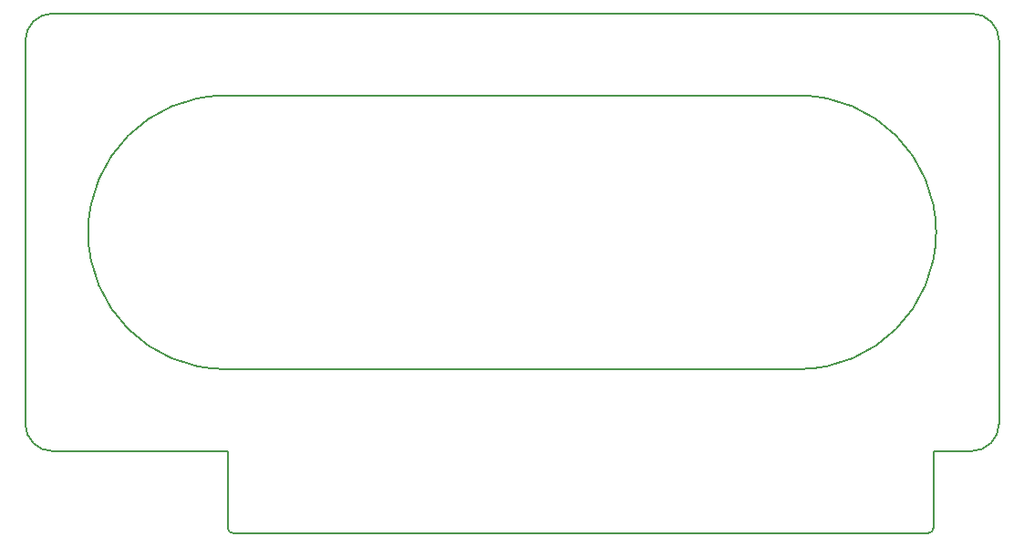
<source format=gm1>
G04 #@! TF.GenerationSoftware,KiCad,Pcbnew,(5.1.2-1)-1*
G04 #@! TF.CreationDate,2019-07-21T10:06:24-04:00*
G04 #@! TF.ProjectId,BUSJUMP,4255534a-554d-4502-9e6b-696361645f70,rev?*
G04 #@! TF.SameCoordinates,Original*
G04 #@! TF.FileFunction,Profile,NP*
%FSLAX46Y46*%
G04 Gerber Fmt 4.6, Leading zero omitted, Abs format (unit mm)*
G04 Created by KiCad (PCBNEW (5.1.2-1)-1) date 2019-07-21 10:06:24*
%MOMM*%
%LPD*%
G04 APERTURE LIST*
%ADD10C,0.150000*%
G04 APERTURE END LIST*
D10*
X32258000Y-132080000D02*
G75*
G02X29718000Y-129540000I0J2540000D01*
G01*
X32258000Y-132080000D02*
X48514000Y-132080000D01*
X101600000Y-124460000D02*
X48260000Y-124460000D01*
X32258000Y-91440000D02*
X117602000Y-91440000D01*
X29718000Y-93980000D02*
G75*
G02X32258000Y-91440000I2540000J0D01*
G01*
X29718000Y-129540000D02*
X29718000Y-93980000D01*
X101600000Y-99060000D02*
X48260000Y-99060000D01*
X48260000Y-124460000D02*
G75*
G02X48260000Y-99060000I0J12700000D01*
G01*
X101600000Y-99060000D02*
G75*
G02X101600000Y-124460000I0J-12700000D01*
G01*
X117602000Y-91440000D02*
G75*
G02X120142000Y-93980000I0J-2540000D01*
G01*
X120142000Y-129540000D02*
G75*
G02X117602000Y-132080000I-2540000J0D01*
G01*
X114046000Y-132080000D02*
X114046000Y-139192000D01*
X117602000Y-132080000D02*
X114046000Y-132080000D01*
X48514000Y-132080000D02*
X48514000Y-139192000D01*
X114046000Y-139192000D02*
G75*
G02X113538000Y-139700000I-508000J0D01*
G01*
X49022000Y-139700000D02*
G75*
G02X48514000Y-139192000I0J508000D01*
G01*
X120142000Y-129540000D02*
X120142000Y-93980000D01*
X113538000Y-139700000D02*
X49022000Y-139700000D01*
M02*

</source>
